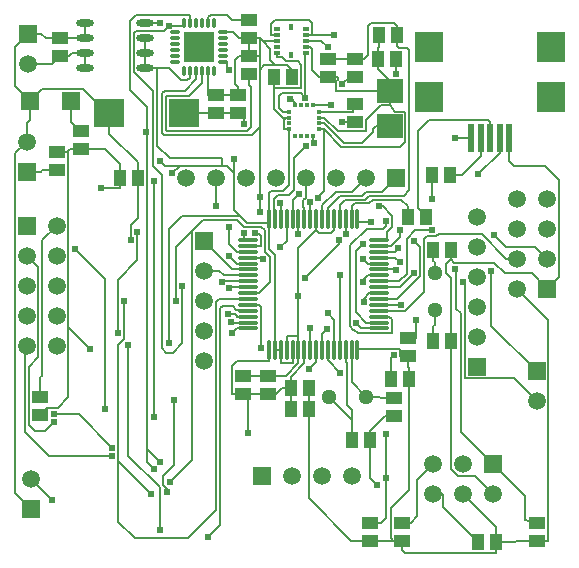
<source format=gtl>
%FSAX24Y24*%
%MOIN*%
G70*
G01*
G75*
G04 Layer_Physical_Order=1*
G04 Layer_Color=255*
%ADD10R,0.0177X0.0118*%
%ADD11R,0.0118X0.0177*%
%ADD12O,0.0118X0.0709*%
%ADD13O,0.0709X0.0118*%
%ADD14R,0.0197X0.0925*%
%ADD15R,0.0925X0.0984*%
%ADD16R,0.0591X0.0591*%
%ADD17R,0.0551X0.0433*%
%ADD18R,0.1024X0.0945*%
%ADD19R,0.0433X0.0551*%
%ADD20R,0.0866X0.0787*%
%ADD21R,0.0236X0.0126*%
%ADD22R,0.0126X0.0236*%
%ADD23O,0.0354X0.0118*%
%ADD24O,0.0118X0.0354*%
%ADD25R,0.1024X0.1024*%
%ADD26O,0.0591X0.0236*%
%ADD27C,0.0080*%
%ADD28R,0.0591X0.0591*%
%ADD29C,0.0591*%
%ADD30C,0.0512*%
%ADD31C,0.0240*%
%ADD32C,0.0260*%
D10*
X029900Y045800D02*
D03*
Y045603D02*
D03*
Y045406D02*
D03*
Y045209D02*
D03*
X030904D02*
D03*
Y045406D02*
D03*
Y045603D02*
D03*
Y045800D02*
D03*
D11*
X030107Y045003D02*
D03*
X030304D02*
D03*
X030500D02*
D03*
X030697D02*
D03*
Y046007D02*
D03*
X030500D02*
D03*
X030304D02*
D03*
X030107D02*
D03*
D12*
X029224Y042235D02*
D03*
X029420D02*
D03*
X029617D02*
D03*
X029814D02*
D03*
X030011D02*
D03*
X030208D02*
D03*
X030405D02*
D03*
X030602D02*
D03*
X030798D02*
D03*
X030995D02*
D03*
X031192D02*
D03*
X031389D02*
D03*
X031586D02*
D03*
X031783D02*
D03*
X031980D02*
D03*
X032176D02*
D03*
Y037865D02*
D03*
X031980D02*
D03*
X031783D02*
D03*
X031586D02*
D03*
X031389D02*
D03*
X031192D02*
D03*
X030995D02*
D03*
X030798D02*
D03*
X030602D02*
D03*
X030405D02*
D03*
X030208D02*
D03*
X030011D02*
D03*
X029814D02*
D03*
X029617D02*
D03*
X029420D02*
D03*
X029224D02*
D03*
D13*
X032885Y041526D02*
D03*
Y041330D02*
D03*
Y041133D02*
D03*
Y040936D02*
D03*
Y040739D02*
D03*
Y040542D02*
D03*
Y040345D02*
D03*
Y040148D02*
D03*
Y039952D02*
D03*
Y039755D02*
D03*
Y039558D02*
D03*
Y039361D02*
D03*
Y039164D02*
D03*
Y038967D02*
D03*
Y038770D02*
D03*
Y038574D02*
D03*
X028515D02*
D03*
Y038770D02*
D03*
Y038967D02*
D03*
Y039164D02*
D03*
Y039361D02*
D03*
Y039558D02*
D03*
Y039755D02*
D03*
Y039952D02*
D03*
Y040148D02*
D03*
Y040345D02*
D03*
Y040542D02*
D03*
Y040739D02*
D03*
Y040936D02*
D03*
Y041133D02*
D03*
Y041330D02*
D03*
Y041526D02*
D03*
D14*
X035970Y044930D02*
D03*
X036285Y044929D02*
D03*
X036600D02*
D03*
X037230D02*
D03*
X036915D02*
D03*
D15*
X034563Y047971D02*
D03*
X038637D02*
D03*
X034563Y046297D02*
D03*
X038637D02*
D03*
D16*
X021261Y046150D02*
D03*
X022639D02*
D03*
X033450Y043600D02*
D03*
X029000Y033650D02*
D03*
X036700Y034050D02*
D03*
D17*
X022250Y048245D02*
D03*
Y047655D02*
D03*
X022950Y044555D02*
D03*
Y045145D02*
D03*
X032100Y045455D02*
D03*
Y046045D02*
D03*
X021600Y035705D02*
D03*
Y036295D02*
D03*
X028550Y047645D02*
D03*
Y047055D02*
D03*
Y048255D02*
D03*
Y048845D02*
D03*
X027450Y046345D02*
D03*
Y045755D02*
D03*
X028200Y046345D02*
D03*
Y045755D02*
D03*
X032100Y046955D02*
D03*
Y047545D02*
D03*
X031200D02*
D03*
Y046955D02*
D03*
X022150Y044445D02*
D03*
Y043855D02*
D03*
X033650Y031505D02*
D03*
Y032095D02*
D03*
X032600Y031505D02*
D03*
Y032095D02*
D03*
X038150Y031505D02*
D03*
Y032095D02*
D03*
X033400Y035655D02*
D03*
Y036245D02*
D03*
X033850Y038245D02*
D03*
Y037655D02*
D03*
X029200Y036405D02*
D03*
Y036995D02*
D03*
X028350Y036405D02*
D03*
Y036995D02*
D03*
D18*
X023890Y045750D02*
D03*
X026410D02*
D03*
D19*
X029995Y046950D02*
D03*
X029405D02*
D03*
X024845Y043600D02*
D03*
X024255D02*
D03*
X033445Y047550D02*
D03*
X032855D02*
D03*
X033495Y048350D02*
D03*
X032905D02*
D03*
X035245Y043700D02*
D03*
X034655D02*
D03*
X036795Y031450D02*
D03*
X036205D02*
D03*
X034445Y042300D02*
D03*
X033855D02*
D03*
X032595Y034850D02*
D03*
X032005D02*
D03*
X035295Y041200D02*
D03*
X034705D02*
D03*
X035295Y038150D02*
D03*
X034705D02*
D03*
X033305Y036900D02*
D03*
X033895D02*
D03*
X029955Y036600D02*
D03*
X030545D02*
D03*
X029955Y035900D02*
D03*
X030545D02*
D03*
D20*
X033250Y045309D02*
D03*
Y046491D02*
D03*
D21*
X029500Y047763D02*
D03*
Y047959D02*
D03*
Y048156D02*
D03*
Y048353D02*
D03*
Y048550D02*
D03*
X030445Y047763D02*
D03*
Y047959D02*
D03*
Y048156D02*
D03*
Y048353D02*
D03*
Y048550D02*
D03*
D22*
X029972Y048629D02*
D03*
Y047684D02*
D03*
D23*
X026093Y048442D02*
D03*
Y048245D02*
D03*
Y048048D02*
D03*
Y047852D02*
D03*
Y047655D02*
D03*
Y047458D02*
D03*
X027707D02*
D03*
Y047655D02*
D03*
Y047852D02*
D03*
Y048048D02*
D03*
Y048245D02*
D03*
Y048442D02*
D03*
D24*
X026408Y047143D02*
D03*
X026605D02*
D03*
X026802D02*
D03*
X026998D02*
D03*
X027195D02*
D03*
X027392D02*
D03*
Y048757D02*
D03*
X027195D02*
D03*
X026998D02*
D03*
X026802D02*
D03*
X026605D02*
D03*
X026408D02*
D03*
D25*
X026900Y047950D02*
D03*
D26*
X023096Y048750D02*
D03*
Y048250D02*
D03*
Y047750D02*
D03*
Y047250D02*
D03*
X025104Y048750D02*
D03*
Y048250D02*
D03*
Y047750D02*
D03*
Y047250D02*
D03*
D27*
X029013Y048156D02*
X029260Y047895D01*
X028920Y047645D02*
Y048255D01*
X029060Y047340D02*
X029440D01*
X032176Y042120D02*
X032620D01*
X028920Y047200D02*
Y047645D01*
Y045279D02*
Y047200D01*
Y042470D02*
Y042950D01*
Y045279D01*
X027195Y046345D02*
Y047143D01*
X028160Y037500D02*
X029224D01*
X028400Y041526D02*
Y041760D01*
X028520Y035100D02*
Y036405D01*
X021100Y035120D02*
Y038000D01*
X025910Y048670D02*
X026408D01*
X030440Y046270D02*
Y047763D01*
X025160Y045110D02*
Y045960D01*
Y034570D02*
Y045110D01*
Y034130D02*
Y034570D01*
X029390Y042298D02*
X029420D01*
X033210Y039150D02*
Y039164D01*
X032005Y035535D02*
Y035840D01*
Y034850D02*
Y035535D01*
X034130Y038245D02*
Y038840D01*
X028170Y038967D02*
Y039000D01*
X026660Y041830D02*
X027030Y042200D01*
X026113Y041283D02*
X026660Y041830D01*
X033130Y033590D02*
Y035070D01*
Y032265D02*
Y033590D01*
X035025Y032630D02*
Y033050D01*
X032040Y045800D02*
Y046045D01*
X035420Y044920D02*
X035970D01*
X030798Y041840D02*
Y041848D01*
X030209Y039670D02*
X030210Y041260D01*
X030208Y037865D02*
X030209Y039670D01*
X028230Y039164D02*
Y039200D01*
X024200Y032130D02*
Y034150D01*
X030660Y048353D02*
X031390D01*
X030697Y046010D02*
X031290D01*
X029405Y046584D02*
Y046950D01*
Y045880D02*
Y046584D01*
X029803Y045603D02*
X029900D01*
X029682D02*
X029803D01*
X028400Y045380D02*
Y045755D01*
X028484Y042100D02*
X029224D01*
X032176Y037890D02*
X033610D01*
X033170Y041526D02*
Y041790D01*
X033610Y037655D02*
Y037890D01*
X029224Y041225D02*
Y042100D01*
X032600Y031505D02*
X033360D01*
X027830Y047250D02*
Y047458D01*
X027650Y043990D02*
X027840D01*
X026245D02*
X027650D01*
X025770D02*
X026245D01*
X025500Y047250D02*
X025880D01*
X025104D02*
X025500D01*
X028060Y043770D02*
Y044230D01*
X028254Y042330D02*
X028484Y042100D01*
X028060Y042524D02*
X028254Y042330D01*
X022540Y036275D02*
Y038615D01*
X021780Y035705D02*
Y035926D01*
X026802Y046880D02*
Y047143D01*
X026422Y046500D02*
X026802Y046880D01*
X025760Y046500D02*
X026422D01*
X025670Y046410D02*
X025760Y046500D01*
X025670Y045080D02*
Y046410D01*
Y045080D02*
X025730Y045020D01*
X028661D01*
X028920Y045279D01*
X033250Y046010D02*
X033440Y045793D01*
X033773D01*
Y044800D02*
Y045793D01*
X033601Y044628D02*
X033773Y044800D01*
X031631Y044628D02*
X033601D01*
X031050Y045209D02*
X031631Y044628D01*
X035295Y040880D02*
Y041200D01*
X035140Y040720D02*
X035295Y040880D01*
X035140Y040420D02*
Y040720D01*
Y040420D02*
X035295Y040265D01*
Y038150D02*
Y040265D01*
X020760Y033090D02*
X021300Y032550D01*
X020760Y033090D02*
Y044410D01*
X021150Y044800D01*
X028920Y047200D02*
X029060Y047340D01*
X029835D02*
X029995Y047180D01*
X030904Y045603D02*
X031065D01*
X031520Y045148D01*
X032470D01*
Y045520D01*
X032960Y046010D01*
X033250D01*
Y046491D01*
X028550Y048255D02*
X028920D01*
X029013Y048156D01*
X029500D01*
X029260Y047520D02*
Y047895D01*
Y047520D02*
X029440Y047340D01*
X029835D01*
X029995Y046950D02*
Y047180D01*
X028550Y047645D02*
X028920D01*
X031050Y043140D02*
Y045209D01*
X030904D02*
X031050D01*
X020770Y047970D02*
X021200Y048400D01*
X020770Y046641D02*
Y047970D01*
Y046641D02*
X021261Y046150D01*
X024612Y041518D02*
Y042018D01*
X024845Y042251D01*
Y043600D01*
X036285Y044312D02*
Y044929D01*
X035673Y043700D02*
X036285Y044312D01*
X035245Y043700D02*
X035673D01*
X024830Y040840D02*
Y041800D01*
X024190Y040200D02*
X024830Y040840D01*
X024190Y038420D02*
Y040200D01*
X021100Y038000D02*
X021150D01*
X021100Y035120D02*
X021910Y034310D01*
X023990D01*
X026408Y048670D02*
Y048757D01*
X025740Y048500D02*
X025910Y048670D01*
X024800Y048500D02*
X025740D01*
X024719Y048419D02*
X024800Y048500D01*
X024719Y047120D02*
Y048419D01*
Y047120D02*
X025350Y046489D01*
Y044000D02*
Y046489D01*
Y044000D02*
X025650Y043700D01*
Y037920D02*
Y043700D01*
Y037920D02*
X025810Y037760D01*
X026020D01*
X026340Y038080D01*
Y040000D01*
X022050Y035710D02*
X022880D01*
X023990Y034600D01*
X021755Y035160D02*
X022050Y035455D01*
X021430Y035160D02*
X021755D01*
X021230Y035360D02*
X021430Y035160D01*
X021230Y035360D02*
Y037305D01*
X021535Y037610D01*
Y040615D01*
X021150Y041000D02*
X021535Y040615D01*
X025160Y034130D02*
X025390Y033900D01*
X025140Y045130D02*
X025160Y045110D01*
X030440Y047763D02*
X030445D01*
X029699Y045800D02*
X029900D01*
X029570Y045929D02*
X029699Y045800D01*
X029570Y045929D02*
Y046320D01*
X029670Y046420D01*
X030290D01*
X030440Y046270D01*
X026605Y048757D02*
Y049030D01*
X024800D02*
X026605D01*
X024589Y048819D02*
X024800Y049030D01*
X024589Y046531D02*
Y048819D01*
Y046531D02*
X025160Y045960D01*
Y034570D02*
X025600Y034130D01*
X021600Y036295D02*
Y036940D01*
X021665Y037005D01*
Y041515D01*
X022150Y042000D01*
X029420Y042235D02*
Y042298D01*
X029390D02*
Y042903D01*
X029520Y043033D01*
X029893D01*
X030060Y043200D01*
Y044240D01*
X030470Y044650D01*
X030450Y042935D02*
Y043600D01*
X030369Y042854D02*
X030450Y042935D01*
X030369Y042624D02*
Y042854D01*
Y042624D02*
X030405Y042588D01*
Y042235D02*
Y042588D01*
X033428Y040542D02*
X033450Y040520D01*
X032885Y040542D02*
X033428D01*
X038110Y041290D02*
X038500Y040900D01*
X037140Y041290D02*
X038110D01*
X036740Y041690D02*
X037140Y041290D01*
X034050Y041500D02*
X034260Y041290D01*
Y040320D02*
Y041290D01*
X033498Y039558D02*
X034260Y040320D01*
X032885Y039558D02*
X033498D01*
X031192Y037508D02*
X031610Y037090D01*
X031192Y037508D02*
Y037865D01*
X030798Y037448D02*
Y037865D01*
X030570Y037220D02*
X030798Y037448D01*
X027980Y038770D02*
X028515D01*
X027970Y038780D02*
X027980Y038770D01*
X032515Y040345D02*
X032885D01*
X032360Y040190D02*
X032515Y040345D01*
X032360Y040120D02*
Y040190D01*
X032885Y040148D02*
X033565D01*
X033812Y040395D01*
Y041572D01*
X034090Y041850D01*
X034670D01*
X029814Y041504D02*
Y042235D01*
X029610Y041300D02*
X029814Y041504D01*
X027450Y042670D02*
Y043600D01*
X030011Y042235D02*
Y042841D01*
X030240Y043070D01*
X032885Y041330D02*
X033300D01*
X033590Y041620D01*
Y041860D01*
X032885Y040936D02*
X033440D01*
X033600Y040776D01*
X036630Y038670D02*
Y040480D01*
Y038670D02*
X038150Y037150D01*
X032885Y039952D02*
X033591D01*
X034050Y040410D01*
X032885Y039164D02*
X033210D01*
Y039150D02*
X033760D01*
X034390Y039780D01*
Y041550D01*
X034480Y041640D01*
X034800D01*
X034880Y041720D01*
X036320D01*
X037140Y040900D01*
X037500D01*
X033130Y041994D02*
Y042160D01*
X033036Y041900D02*
X033130Y041994D01*
X032490Y041900D02*
X033036D01*
X031930Y041340D02*
X032490Y041900D01*
X031930Y038640D02*
Y041340D01*
Y038640D02*
X032040Y038530D01*
X032070D01*
X032180Y038420D01*
X033330D01*
Y038880D01*
X033243Y038967D02*
X033330Y038880D01*
X032885Y038967D02*
X033243D01*
X032127Y041157D02*
X032360Y041390D01*
X032127Y039113D02*
Y041157D01*
Y039113D02*
X032470Y038770D01*
X032885D01*
X031586Y037865D02*
Y040350D01*
X033305Y037585D02*
X033400Y037680D01*
X033305Y036900D02*
Y037585D01*
X033850Y038245D02*
X034130D01*
X028515Y039755D02*
X028880D01*
X029249Y040124D01*
X028400Y041970D02*
X028960D01*
X027030Y042200D02*
X028170D01*
X026660Y034200D02*
Y041830D01*
X025920Y033460D02*
X026660Y034200D01*
X029249Y040124D02*
Y040971D01*
X029089Y041131D02*
X029249Y040971D01*
X029089Y041131D02*
Y041841D01*
X028960Y041970D02*
X029089Y041841D01*
X028170Y042200D02*
X028400Y041970D01*
X026113Y039500D02*
Y041283D01*
X036915Y044425D02*
Y044929D01*
X036200Y043710D02*
X036915Y044425D01*
X031570Y041400D02*
Y041510D01*
X030430Y040260D02*
X031570Y041400D01*
X027888Y039920D02*
X027920Y039952D01*
X028515D01*
X032960Y032095D02*
X033130Y032265D01*
X028984Y040936D02*
X029030Y040890D01*
X028515Y040936D02*
X028984D01*
X028160Y041133D02*
X028515D01*
X027910Y041383D02*
X028160Y041133D01*
X027910Y041383D02*
Y041970D01*
X022639Y045456D02*
Y046150D01*
Y045456D02*
X022950Y045145D01*
X032779Y045309D02*
X033250D01*
X032678Y045208D02*
X032779Y045309D01*
X032678Y045120D02*
Y045208D01*
X032316Y044758D02*
X032678Y045120D01*
X031716Y044758D02*
X032316D01*
X031068Y045406D02*
X031716Y044758D01*
X030904Y045406D02*
X031068D01*
X035970Y044920D02*
Y044930D01*
X030798Y041840D02*
X030879Y041759D01*
X031308D01*
X031389Y041840D01*
Y042235D01*
X030798Y041848D02*
Y042235D01*
X029200Y036995D02*
X029795D01*
X030208Y037408D01*
Y037865D01*
X028515Y041330D02*
X028959D01*
Y041675D01*
X028750Y041760D02*
X028959Y041675D01*
X035430Y040550D02*
X035475Y040505D01*
Y039235D02*
Y040505D01*
Y039235D02*
X035620Y039090D01*
Y035130D02*
Y039090D01*
Y035130D02*
X036700Y034050D01*
X037760Y032990D01*
Y032175D02*
Y032990D01*
Y032175D02*
X038150Y032095D01*
X027558Y039558D02*
X028515D01*
X027460Y039460D02*
X027558Y039558D01*
X027460Y032520D02*
Y039460D01*
X026520Y031580D02*
X027460Y032520D01*
X024750Y031580D02*
X026520D01*
X024200Y032130D02*
X024750Y031580D01*
X024200Y038006D02*
X024400Y038206D01*
X026007Y043753D02*
X026245Y043990D01*
X026335Y042330D02*
X028254D01*
X025900Y041895D02*
X026335Y042330D01*
X025900Y038100D02*
Y041895D01*
X023640Y043265D02*
X024255D01*
Y043600D01*
X032885Y041526D02*
X033170D01*
Y041790D02*
X033340Y041960D01*
Y042331D01*
X033011Y042660D02*
X033340Y042331D01*
X032910Y042660D02*
X033011D01*
X029405Y045880D02*
X029682Y045603D01*
X029500Y047620D02*
Y047763D01*
Y047620D02*
X029666D01*
X029810Y047476D01*
X030194D01*
X030304Y047366D01*
Y046584D02*
Y047366D01*
X029405Y046584D02*
X030304D01*
X028200Y045755D02*
X028400D01*
X028060Y042524D02*
Y043770D01*
X027650Y043990D02*
Y044250D01*
X025920D02*
X027650D01*
X025500Y044670D02*
X025920Y044250D01*
X025500Y044670D02*
Y047250D01*
X027707Y047458D02*
X027830D01*
Y047250D02*
X027880Y047200D01*
X025610Y044150D02*
X025770Y043990D01*
X027840D02*
X028060Y043770D01*
X022150Y044445D02*
X022490D01*
X022540D01*
X022191Y035926D02*
X022540Y036275D01*
X021780Y035926D02*
X022191D01*
X021600Y035705D02*
X021780D01*
X027910Y040989D02*
X028160Y040739D01*
X028515D01*
X032176Y042120D02*
Y042235D01*
X030870Y042930D02*
Y042960D01*
X031050Y043140D01*
X031783Y041757D02*
Y042235D01*
Y041757D02*
X031810Y041730D01*
X034655Y042905D02*
Y043700D01*
X028515Y039361D02*
X028880D01*
X028960Y037920D02*
Y039281D01*
X024200Y034150D02*
X025290Y033060D01*
X024200Y034150D02*
Y038006D01*
X024400Y038206D02*
Y039500D01*
X025589Y031870D02*
Y033281D01*
X024538Y034332D02*
X025589Y033281D01*
X024538Y034332D02*
Y038020D01*
X030445Y048353D02*
X030660D01*
Y048770D01*
X030560Y048870D02*
X030660Y048770D01*
X029440Y048870D02*
X030560D01*
X029290Y048720D02*
X029440Y048870D01*
X029290Y048353D02*
Y048720D01*
Y048353D02*
X029500D01*
X028550Y046680D02*
Y047055D01*
Y046680D02*
X028612Y046618D01*
Y045280D02*
Y046618D01*
X028501Y045170D02*
X028612Y045280D01*
X025830Y045170D02*
X028501D01*
X025800Y045200D02*
X025830Y045170D01*
X025800Y045200D02*
Y046320D01*
X026548D01*
X026998Y046770D01*
Y047143D01*
X030697Y046007D02*
Y046010D01*
X029224Y042100D02*
Y042235D01*
X031980D02*
Y042640D01*
X032080Y042740D01*
X032572D01*
X032704Y042872D01*
X033628D01*
X033855Y042645D01*
Y042300D02*
Y042645D01*
X033495Y048000D02*
Y048350D01*
Y048000D02*
X033575Y047920D01*
X033830D01*
X033910Y047840D01*
Y043200D02*
Y047840D01*
X033712Y043002D02*
X033910Y043200D01*
X032574Y043002D02*
X033712D01*
X032442Y042870D02*
X032574Y043002D01*
X031776Y042870D02*
X032442D01*
X031586Y042679D02*
X031776Y042870D01*
X031586Y042235D02*
Y042679D01*
X031192Y042235D02*
Y042592D01*
X031601Y043000D01*
X032312D01*
X032444Y043132D01*
X032982D01*
X033450Y043600D01*
X027712Y040345D02*
X028515D01*
X027558Y040500D02*
X027712Y040345D01*
X027050Y040500D02*
X027558D01*
X028008Y040542D02*
X028515D01*
X027050Y041500D02*
X028008Y040542D01*
X030210Y041260D02*
X030798Y041848D01*
X030210Y039670D02*
Y041260D01*
X027670Y040130D02*
X027688Y040148D01*
X028515D01*
X031915Y046955D02*
X032100D01*
X031670Y046710D02*
X031915Y046955D01*
X033460Y047060D02*
Y047185D01*
X033445Y047200D02*
X033460Y047185D01*
X033445Y047200D02*
Y047550D01*
X031460Y046491D02*
X033250D01*
X031460D02*
Y046811D01*
X031520Y046871D01*
Y046955D01*
X031200D02*
X031520D01*
X030697Y044803D02*
Y045003D01*
Y044803D02*
X030740Y044760D01*
X031670Y045455D02*
X032100D01*
X033413Y041133D02*
X033530Y041250D01*
X032885Y041133D02*
X033413D01*
X029600Y042740D02*
X029617Y042723D01*
Y042235D02*
Y042723D01*
X030208Y041710D02*
Y042235D01*
X028400Y041526D02*
X028515D01*
X032885Y039361D02*
X033630D01*
X032521Y040739D02*
X032885D01*
X032360Y040900D02*
X032521Y040739D01*
X035690Y040120D02*
X035760Y040050D01*
Y036910D02*
Y040050D01*
Y036910D02*
X037390D01*
X038150Y036150D01*
X031389Y037865D02*
Y038871D01*
X031180Y039080D02*
X031389Y038871D01*
X030995Y037865D02*
Y038385D01*
X031155Y038545D01*
X032140Y038740D02*
X032306Y038574D01*
X032885D01*
X032380Y039460D02*
Y039565D01*
X032570Y039755D01*
X032885D01*
X031980Y043130D02*
X032450Y043600D01*
X031445Y043130D02*
X031980D01*
X030995Y042680D02*
X031445Y043130D01*
X030995Y042235D02*
Y042680D01*
X030602Y042235D02*
Y042780D01*
X029940Y046210D02*
X030000D01*
X030107Y046007D02*
Y046103D01*
X025104Y048750D02*
X025590D01*
X029224Y042235D02*
Y043096D01*
X029290Y043163D01*
X029703D01*
X029900Y043360D01*
Y045209D01*
X030445Y048156D02*
X030964D01*
X031180Y047940D01*
X030000Y046210D02*
X030107Y046103D01*
X030445Y047959D02*
X030600D01*
X030660Y047899D01*
Y047175D02*
Y047899D01*
Y047175D02*
X030880Y046955D01*
X031200D01*
X038500Y039900D02*
X038890Y040290D01*
Y043520D01*
X038420Y043990D02*
X038890Y043520D01*
X037400Y043990D02*
X038420D01*
X037230Y044160D02*
X037400Y043990D01*
X037230Y044160D02*
Y044929D01*
X036600D02*
Y045440D01*
X036520Y045520D02*
X036600Y045440D01*
X034560Y045520D02*
X036520D01*
X034210Y045170D02*
X034560Y045520D01*
X034210Y042595D02*
Y045170D01*
Y042595D02*
X034445Y042360D01*
Y042300D02*
Y042360D01*
X037985Y040415D02*
X038500Y039900D01*
X037095Y040415D02*
X037985D01*
X036740Y040770D02*
X037095Y040415D01*
X035405Y040770D02*
X036740D01*
X035295Y040880D02*
X035405Y040770D01*
X033495Y048350D02*
Y048640D01*
X033385Y048750D02*
X033495Y048640D01*
X032640Y048750D02*
X033385D01*
X032540Y048650D02*
X032640Y048750D01*
X032540Y047680D02*
Y048650D01*
X032405Y047545D02*
X032540Y047680D01*
X032100Y047545D02*
X032405D01*
X027195Y046345D02*
X027450D01*
X038150Y031505D02*
X038520D01*
X038540Y031525D01*
Y038860D01*
X037500Y039900D02*
X038540Y038860D01*
X028160Y038574D02*
X028515D01*
X028000Y038414D02*
X028160Y038574D01*
X028230Y039164D02*
X028515D01*
X028141Y039200D02*
X028230D01*
X028011Y039330D02*
X028141Y039200D01*
X027680Y039330D02*
X028011D01*
X027590Y039240D02*
X027680Y039330D01*
X027590Y032010D02*
Y039240D01*
X027210Y031630D02*
X027590Y032010D01*
X028170Y038967D02*
X028515D01*
X028100Y039070D02*
X028170Y039000D01*
X027850Y039070D02*
X028100D01*
X032600Y032095D02*
X032960D01*
X029420Y037865D02*
Y041028D01*
X029224Y041225D02*
X029420Y041028D01*
X022750Y041230D02*
X023750Y040230D01*
Y035880D02*
Y040230D01*
X028880Y039361D02*
X028960Y039281D01*
X026070Y034030D02*
Y036180D01*
X025710Y033670D02*
X026070Y034030D01*
X025710Y033340D02*
Y033670D01*
Y033340D02*
X025830Y033220D01*
Y033120D02*
Y033220D01*
X025390Y035630D02*
Y043500D01*
X022540Y038615D02*
X023255Y037900D01*
X022540Y038615D02*
Y044445D01*
X030545Y032925D02*
Y035900D01*
Y032925D02*
X031965Y031505D01*
X032600D01*
X032595Y033605D02*
Y034850D01*
Y033605D02*
X032840Y033360D01*
X027980Y036405D02*
X028350D01*
X027980D02*
Y037320D01*
X028160Y037500D01*
X029224D02*
Y037865D01*
X029955Y036600D02*
Y036965D01*
X030405Y037415D01*
Y037865D01*
X032176D02*
Y037890D01*
X033610Y037655D02*
X033850D01*
X030602Y037865D02*
Y038580D01*
X031240Y036300D02*
X032005Y035535D01*
X031783Y037447D02*
Y037865D01*
Y037447D02*
X031820Y037410D01*
Y036025D02*
Y037410D01*
Y036025D02*
X032005Y035840D01*
X021300Y033550D02*
X022000Y032850D01*
X028350Y036405D02*
X028520D01*
X025880Y047250D02*
X026290Y046840D01*
X026510D01*
X026605Y046935D01*
Y047143D01*
X029720Y045520D02*
X029803Y045603D01*
X029720Y045209D02*
Y045520D01*
Y045209D02*
X029900D01*
X024255Y043600D02*
Y044050D01*
X023750Y044555D02*
X024255Y044050D01*
X022950Y044555D02*
X023750D01*
X030208Y037865D02*
Y038310D01*
X029814D02*
X030208D01*
X029814Y037865D02*
Y038310D01*
X027195Y048757D02*
Y048945D01*
X027280Y049030D01*
X027815D01*
X028000Y048845D01*
X028550D01*
X036090Y033660D02*
X036700Y033050D01*
X035520Y033660D02*
X036090D01*
X035295Y033885D02*
X035520Y033660D01*
X035295Y033885D02*
Y038150D01*
X033105Y035655D02*
X033400D01*
X032595Y035145D02*
X033105Y035655D01*
X032595Y034850D02*
Y035145D01*
X034700Y033050D02*
X035025D01*
Y032630D02*
X036205Y031450D01*
X035700Y033050D02*
X036795Y031955D01*
Y031450D02*
Y031955D01*
X034170Y033520D02*
X034700Y034050D01*
X034170Y032320D02*
Y033520D01*
X033945Y032095D02*
X034170Y032320D01*
X033650Y032095D02*
X033945D01*
X024845Y043600D02*
Y044115D01*
X023890Y045070D02*
X024845Y044115D01*
X023890Y045070D02*
Y045750D01*
X031980Y036781D02*
X032460Y036300D01*
X031980Y036781D02*
Y037865D01*
X028200Y046345D02*
Y046610D01*
X028090Y046720D02*
X028200Y046610D01*
X028090Y046720D02*
Y047520D01*
X028215Y047645D01*
X028550D01*
X032040Y046045D02*
X032100D01*
X030904Y045800D02*
X032040D01*
X023820Y045750D02*
X023890D01*
X023030Y046540D02*
X023820Y045750D01*
X021651Y046540D02*
X023030D01*
X021261Y046150D02*
X021651Y046540D01*
X033360Y031505D02*
X033650D01*
X033280Y031585D02*
X033360Y031505D01*
X033280Y031585D02*
Y032590D01*
X033895Y033205D01*
Y036900D01*
X033650Y031190D02*
Y031505D01*
Y031190D02*
X033760Y031080D01*
X036795D01*
Y031450D01*
X030011Y037420D02*
Y037865D01*
X029617Y037420D02*
X030011D01*
X029617D02*
Y037865D01*
X028520Y036405D02*
X029200D01*
X029665Y036600D02*
X029955D01*
X029470Y036405D02*
X029665Y036600D01*
X029200Y036405D02*
X029470D01*
X029955Y035900D02*
Y036600D01*
X027450Y046345D02*
X028200D01*
X032855Y047215D02*
Y047550D01*
Y047215D02*
X033250Y046820D01*
Y046491D02*
Y046820D01*
X032905Y047970D02*
Y048350D01*
X032855Y047920D02*
X032905Y047970D01*
X032855Y047550D02*
Y047920D01*
X028217Y048255D02*
X028550D01*
X028030Y048442D02*
X028217Y048255D01*
X027707Y048442D02*
X028030D01*
X028550Y047645D02*
Y048255D01*
X021261Y045521D02*
Y046150D01*
X021150Y045410D02*
X021261Y045521D01*
X021150Y044800D02*
Y045410D01*
X021795Y048245D02*
X022250D01*
X021640Y048400D02*
X021795Y048245D01*
X021200Y048400D02*
X021640D01*
X022675Y048250D02*
X023096D01*
X022670Y048245D02*
X022675Y048250D01*
X022250Y048245D02*
X022670D01*
X023096Y048250D02*
Y048750D01*
X031200Y047545D02*
X032100D01*
X021675Y043855D02*
X022150D01*
X021620Y043800D02*
X021675Y043855D01*
X021150Y043800D02*
X021620D01*
X034705Y040825D02*
Y041200D01*
Y040825D02*
X034750Y040780D01*
Y040410D02*
Y040780D01*
Y038685D02*
Y039190D01*
X034705Y038640D02*
X034750Y038685D01*
X034705Y038150D02*
Y038640D01*
X032955Y036245D02*
X033400D01*
X032900Y036300D02*
X032955Y036245D01*
X032460Y036300D02*
X032900D01*
X028350Y036995D02*
X029200D01*
X037495Y031505D02*
X038150D01*
X037440Y031450D02*
X037495Y031505D01*
X036795Y031450D02*
X037440D01*
X033850Y037295D02*
Y037655D01*
Y037295D02*
X033895Y037250D01*
Y036900D02*
Y037250D01*
X029420Y037865D02*
X029617D01*
X030545Y035900D02*
Y036600D01*
X022599Y044555D02*
X022950D01*
X022490Y044445D02*
X022599Y044555D01*
X026925Y045755D02*
X027450D01*
X026920Y045750D02*
X026925Y045755D01*
X026410Y045750D02*
X026920D01*
X027450Y045755D02*
X028200D01*
X021200Y047400D02*
X021995D01*
X022250Y047655D01*
X022555D01*
X022650Y047750D01*
X023096D01*
Y047250D02*
Y047750D01*
X025104D02*
Y048250D01*
Y047250D02*
Y047750D01*
D28*
X036150Y037300D02*
D03*
X038150Y037150D02*
D03*
X027050Y041500D02*
D03*
X021300Y032550D02*
D03*
X038500Y039900D02*
D03*
X021150Y043800D02*
D03*
Y042000D02*
D03*
X021200Y048400D02*
D03*
D29*
X036150Y038300D02*
D03*
Y039300D02*
D03*
Y040300D02*
D03*
Y041300D02*
D03*
Y042300D02*
D03*
X032450Y043600D02*
D03*
X031450D02*
D03*
X030450D02*
D03*
X029450D02*
D03*
X028450D02*
D03*
X027450D02*
D03*
X026450D02*
D03*
X038150Y036150D02*
D03*
X027050Y037500D02*
D03*
Y038500D02*
D03*
Y039500D02*
D03*
Y040500D02*
D03*
X021300Y033550D02*
D03*
X032000Y033650D02*
D03*
X031000D02*
D03*
X030000D02*
D03*
X034700Y033050D02*
D03*
Y034050D02*
D03*
X035700Y033050D02*
D03*
Y034050D02*
D03*
X036700Y033050D02*
D03*
X037500Y039900D02*
D03*
X038500Y040900D02*
D03*
X037500D02*
D03*
X038500Y041900D02*
D03*
X037500D02*
D03*
X038500Y042900D02*
D03*
X037500D02*
D03*
X021150Y044800D02*
D03*
X022150Y042000D02*
D03*
X021150Y041000D02*
D03*
X022150D02*
D03*
X021150Y040000D02*
D03*
X022150D02*
D03*
X021150Y039000D02*
D03*
X022150D02*
D03*
X021150Y038000D02*
D03*
X022150D02*
D03*
X021200Y047400D02*
D03*
D30*
X031240Y036300D02*
D03*
X032460D02*
D03*
X034750Y039190D02*
D03*
Y040410D02*
D03*
D31*
X028920Y042950D02*
D03*
Y042470D02*
D03*
X024612Y041518D02*
D03*
X024830Y041800D02*
D03*
X024190Y038420D02*
D03*
X023990Y034310D02*
D03*
X026340Y040000D02*
D03*
X022050Y035710D02*
D03*
X023990Y034600D02*
D03*
X022050Y035455D02*
D03*
X025390Y033900D02*
D03*
X025140Y045130D02*
D03*
X030440Y046270D02*
D03*
X025600Y034130D02*
D03*
X030470Y044650D02*
D03*
X033450Y040520D02*
D03*
X036740Y041690D02*
D03*
X034050Y041500D02*
D03*
X031610Y037090D02*
D03*
X030570Y037220D02*
D03*
X027970Y038780D02*
D03*
X032360Y040120D02*
D03*
X034670Y041850D02*
D03*
X029610Y041300D02*
D03*
X027450Y042670D02*
D03*
X030240Y043070D02*
D03*
X033590Y041860D02*
D03*
X033600Y040776D02*
D03*
X036630Y040480D02*
D03*
X034050Y040410D02*
D03*
X033130Y042160D02*
D03*
X032360Y041390D02*
D03*
X031586Y040350D02*
D03*
X033400Y037680D02*
D03*
X034130Y038840D02*
D03*
X025920Y033460D02*
D03*
X026113Y039500D02*
D03*
X036200Y043710D02*
D03*
X031570Y041510D02*
D03*
X030430Y040260D02*
D03*
X027888Y039920D02*
D03*
X033130Y035070D02*
D03*
X029030Y040890D02*
D03*
X027910Y041970D02*
D03*
X035420Y044920D02*
D03*
X031670Y046710D02*
D03*
X028750Y041760D02*
D03*
X035430Y040550D02*
D03*
X026007Y043753D02*
D03*
X025900Y038100D02*
D03*
X023640Y043265D02*
D03*
X032910Y042660D02*
D03*
X031390Y048353D02*
D03*
X027880Y047200D02*
D03*
X025610Y044150D02*
D03*
X027910Y040989D02*
D03*
X032620Y042120D02*
D03*
X030870Y042930D02*
D03*
X031810Y041730D02*
D03*
X034655Y042905D02*
D03*
X028960Y037920D02*
D03*
X025290Y033060D02*
D03*
X024400Y039500D02*
D03*
X025589Y031870D02*
D03*
X024538Y038020D02*
D03*
X028400Y045380D02*
D03*
X031290Y046010D02*
D03*
X028060Y044230D02*
D03*
X030210Y039670D02*
D03*
X027670Y040130D02*
D03*
X033460Y047060D02*
D03*
X030740Y044760D02*
D03*
X031670Y045455D02*
D03*
X033530Y041250D02*
D03*
X029600Y042740D02*
D03*
X030208Y041710D02*
D03*
X028400Y041760D02*
D03*
X033630Y039361D02*
D03*
X032360Y040900D02*
D03*
X035690Y040120D02*
D03*
X031180Y039080D02*
D03*
X031155Y038545D02*
D03*
X032140Y038740D02*
D03*
X032380Y039460D02*
D03*
X030602Y042780D02*
D03*
X025910Y048670D02*
D03*
X029940Y046210D02*
D03*
X025590Y048750D02*
D03*
X031180Y047940D02*
D03*
X028000Y038414D02*
D03*
X027210Y031630D02*
D03*
X027850Y039070D02*
D03*
X033130Y033590D02*
D03*
X022750Y041230D02*
D03*
X023750Y035880D02*
D03*
X026070Y036180D02*
D03*
X025830Y033120D02*
D03*
X025390Y035630D02*
D03*
Y043500D02*
D03*
X023255Y037900D02*
D03*
X032840Y033360D02*
D03*
X030602Y038580D02*
D03*
X022000Y032850D02*
D03*
X028520Y035100D02*
D03*
D32*
X026664Y048186D02*
D03*
X027136D02*
D03*
X026664Y047714D02*
D03*
X027136D02*
D03*
M02*

</source>
